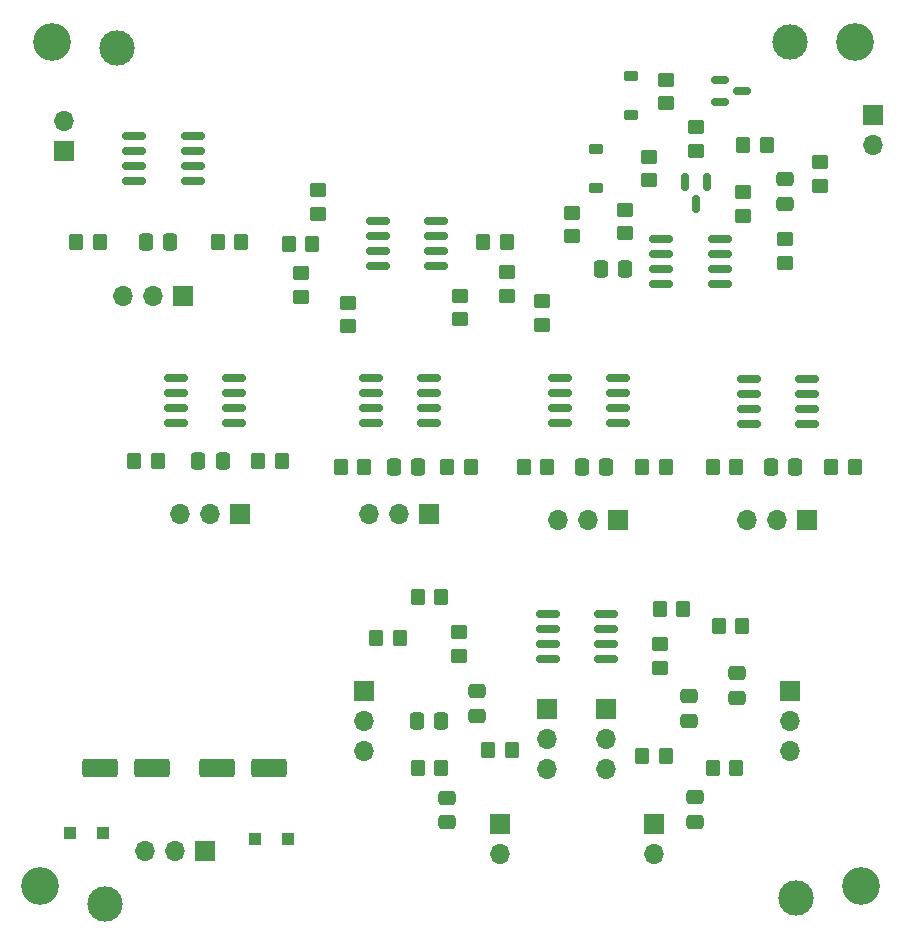
<source format=gbr>
%TF.GenerationSoftware,KiCad,Pcbnew,8.0.5*%
%TF.CreationDate,2024-11-23T13:55:34+01:00*%
%TF.ProjectId,mesa_mezclas,6d657361-5f6d-4657-9a63-6c61732e6b69,rev?*%
%TF.SameCoordinates,Original*%
%TF.FileFunction,Soldermask,Top*%
%TF.FilePolarity,Negative*%
%FSLAX46Y46*%
G04 Gerber Fmt 4.6, Leading zero omitted, Abs format (unit mm)*
G04 Created by KiCad (PCBNEW 8.0.5) date 2024-11-23 13:55:34*
%MOMM*%
%LPD*%
G01*
G04 APERTURE LIST*
G04 Aperture macros list*
%AMRoundRect*
0 Rectangle with rounded corners*
0 $1 Rounding radius*
0 $2 $3 $4 $5 $6 $7 $8 $9 X,Y pos of 4 corners*
0 Add a 4 corners polygon primitive as box body*
4,1,4,$2,$3,$4,$5,$6,$7,$8,$9,$2,$3,0*
0 Add four circle primitives for the rounded corners*
1,1,$1+$1,$2,$3*
1,1,$1+$1,$4,$5*
1,1,$1+$1,$6,$7*
1,1,$1+$1,$8,$9*
0 Add four rect primitives between the rounded corners*
20,1,$1+$1,$2,$3,$4,$5,0*
20,1,$1+$1,$4,$5,$6,$7,0*
20,1,$1+$1,$6,$7,$8,$9,0*
20,1,$1+$1,$8,$9,$2,$3,0*%
G04 Aperture macros list end*
%ADD10C,3.200000*%
%ADD11C,3.000000*%
%ADD12RoundRect,0.250000X-0.350000X-0.450000X0.350000X-0.450000X0.350000X0.450000X-0.350000X0.450000X0*%
%ADD13RoundRect,0.250000X0.450000X-0.350000X0.450000X0.350000X-0.450000X0.350000X-0.450000X-0.350000X0*%
%ADD14R,1.700000X1.700000*%
%ADD15O,1.700000X1.700000*%
%ADD16RoundRect,0.225000X-0.375000X0.225000X-0.375000X-0.225000X0.375000X-0.225000X0.375000X0.225000X0*%
%ADD17RoundRect,0.250000X0.350000X0.450000X-0.350000X0.450000X-0.350000X-0.450000X0.350000X-0.450000X0*%
%ADD18RoundRect,0.250000X0.475000X-0.337500X0.475000X0.337500X-0.475000X0.337500X-0.475000X-0.337500X0*%
%ADD19RoundRect,0.150000X-0.825000X-0.150000X0.825000X-0.150000X0.825000X0.150000X-0.825000X0.150000X0*%
%ADD20RoundRect,0.250000X-0.475000X0.337500X-0.475000X-0.337500X0.475000X-0.337500X0.475000X0.337500X0*%
%ADD21RoundRect,0.150000X-0.587500X-0.150000X0.587500X-0.150000X0.587500X0.150000X-0.587500X0.150000X0*%
%ADD22RoundRect,0.250000X-0.450000X0.350000X-0.450000X-0.350000X0.450000X-0.350000X0.450000X0.350000X0*%
%ADD23RoundRect,0.250000X-0.337500X-0.475000X0.337500X-0.475000X0.337500X0.475000X-0.337500X0.475000X0*%
%ADD24RoundRect,0.250000X-0.300000X-0.300000X0.300000X-0.300000X0.300000X0.300000X-0.300000X0.300000X0*%
%ADD25RoundRect,0.150000X-0.150000X0.587500X-0.150000X-0.587500X0.150000X-0.587500X0.150000X0.587500X0*%
%ADD26RoundRect,0.250000X0.300000X0.300000X-0.300000X0.300000X-0.300000X-0.300000X0.300000X-0.300000X0*%
%ADD27RoundRect,0.250000X-1.250000X-0.550000X1.250000X-0.550000X1.250000X0.550000X-1.250000X0.550000X0*%
G04 APERTURE END LIST*
D10*
%TO.C,REF\u002A\u002A*%
X159500000Y-167000000D03*
%TD*%
%TO.C,REF\u002A\u002A*%
X90000000Y-167000000D03*
%TD*%
%TO.C,REF\u002A\u002A*%
X91000000Y-95500000D03*
%TD*%
%TO.C,REF\u002A\u002A*%
X159000000Y-95500000D03*
%TD*%
D11*
%TO.C,REF\u002A\u002A*%
X153500000Y-95500000D03*
%TD*%
%TO.C,REF\u002A\u002A*%
X96500000Y-96000000D03*
%TD*%
%TO.C,REF\u002A\u002A*%
X154000000Y-168000000D03*
%TD*%
%TO.C,REF\u002A\u002A*%
X95500000Y-168500000D03*
%TD*%
D12*
%TO.C,R19*%
X130925000Y-131500000D03*
X132925000Y-131500000D03*
%TD*%
D13*
%TO.C,R26*%
X129500000Y-117000000D03*
X129500000Y-115000000D03*
%TD*%
%TO.C,R3*%
X125425000Y-147500000D03*
X125425000Y-145500000D03*
%TD*%
D14*
%TO.C,J5*%
X141925000Y-161725000D03*
D15*
X141925000Y-164265000D03*
%TD*%
D16*
%TO.C,D1*%
X137000000Y-104580000D03*
X137000000Y-107880000D03*
%TD*%
D17*
%TO.C,R16*%
X113025000Y-112595000D03*
X111025000Y-112595000D03*
%TD*%
%TO.C,R5*%
X123925000Y-142500000D03*
X121925000Y-142500000D03*
%TD*%
D13*
%TO.C,R23*%
X132500000Y-119500000D03*
X132500000Y-117500000D03*
%TD*%
D14*
%TO.C,RV5*%
X106925000Y-135500000D03*
D15*
X104385000Y-135500000D03*
X101845000Y-135500000D03*
%TD*%
D18*
%TO.C,C2*%
X126925000Y-152575000D03*
X126925000Y-150500000D03*
%TD*%
D12*
%TO.C,R24*%
X127500000Y-112500000D03*
X129500000Y-112500000D03*
%TD*%
D13*
%TO.C,R8*%
X142425000Y-148500000D03*
X142425000Y-146500000D03*
%TD*%
D14*
%TO.C,J8*%
X103925000Y-164000000D03*
D15*
X101385000Y-164000000D03*
X98845000Y-164000000D03*
%TD*%
%TO.C,J3*%
X160500000Y-104265000D03*
D14*
X160500000Y-101725000D03*
%TD*%
D19*
%TO.C,U8*%
X133950000Y-124000000D03*
X133950000Y-125270000D03*
X133950000Y-126540000D03*
X133950000Y-127810000D03*
X138900000Y-127810000D03*
X138900000Y-126540000D03*
X138900000Y-125270000D03*
X138900000Y-124000000D03*
%TD*%
D20*
%TO.C,C12*%
X153000000Y-107155000D03*
X153000000Y-109230000D03*
%TD*%
D13*
%TO.C,R32*%
X141500000Y-107230000D03*
X141500000Y-105230000D03*
%TD*%
D19*
%TO.C,U9*%
X149950000Y-124095000D03*
X149950000Y-125365000D03*
X149950000Y-126635000D03*
X149950000Y-127905000D03*
X154900000Y-127905000D03*
X154900000Y-126635000D03*
X154900000Y-125365000D03*
X154900000Y-124095000D03*
%TD*%
D14*
%TO.C,RV7*%
X138925000Y-136000000D03*
D15*
X136385000Y-136000000D03*
X133845000Y-136000000D03*
%TD*%
D12*
%TO.C,R13*%
X115425000Y-131500000D03*
X117425000Y-131500000D03*
%TD*%
D19*
%TO.C,U4*%
X117975000Y-123960000D03*
X117975000Y-125230000D03*
X117975000Y-126500000D03*
X117975000Y-127770000D03*
X122925000Y-127770000D03*
X122925000Y-126500000D03*
X122925000Y-125230000D03*
X122925000Y-123960000D03*
%TD*%
D21*
%TO.C,Q1*%
X147500000Y-98730000D03*
X147500000Y-100630000D03*
X149375000Y-99680000D03*
%TD*%
D12*
%TO.C,R7*%
X146925000Y-157000000D03*
X148925000Y-157000000D03*
%TD*%
%TO.C,R20*%
X140925000Y-131500000D03*
X142925000Y-131500000D03*
%TD*%
D18*
%TO.C,C6*%
X148962500Y-151037500D03*
X148962500Y-148962500D03*
%TD*%
D19*
%TO.C,U5*%
X97962500Y-103500000D03*
X97962500Y-104770000D03*
X97962500Y-106040000D03*
X97962500Y-107310000D03*
X102912500Y-107310000D03*
X102912500Y-106040000D03*
X102912500Y-104770000D03*
X102912500Y-103500000D03*
%TD*%
D14*
%TO.C,RV2*%
X117425000Y-150460000D03*
D15*
X117425000Y-153000000D03*
X117425000Y-155540000D03*
%TD*%
D14*
%TO.C,RV1*%
X132925000Y-152000000D03*
D15*
X132925000Y-154540000D03*
X132925000Y-157080000D03*
%TD*%
D14*
%TO.C,J2*%
X128925000Y-161725000D03*
D15*
X128925000Y-164265000D03*
%TD*%
D13*
%TO.C,R30*%
X149500000Y-110230000D03*
X149500000Y-108230000D03*
%TD*%
D17*
%TO.C,R6*%
X142925000Y-156000000D03*
X140925000Y-156000000D03*
%TD*%
D22*
%TO.C,R17*%
X112025000Y-115095000D03*
X112025000Y-117095000D03*
%TD*%
D18*
%TO.C,C4*%
X145425000Y-161537500D03*
X145425000Y-159462500D03*
%TD*%
D19*
%TO.C,U3*%
X101475000Y-123960000D03*
X101475000Y-125230000D03*
X101475000Y-126500000D03*
X101475000Y-127770000D03*
X106425000Y-127770000D03*
X106425000Y-126500000D03*
X106425000Y-125230000D03*
X106425000Y-123960000D03*
%TD*%
%TO.C,U1*%
X142550000Y-112230000D03*
X142550000Y-113500000D03*
X142550000Y-114770000D03*
X142550000Y-116040000D03*
X147500000Y-116040000D03*
X147500000Y-114770000D03*
X147500000Y-113500000D03*
X147500000Y-112230000D03*
%TD*%
D13*
%TO.C,R15*%
X116025000Y-119595000D03*
X116025000Y-117595000D03*
%TD*%
D12*
%TO.C,R22*%
X156925000Y-131500000D03*
X158925000Y-131500000D03*
%TD*%
D14*
%TO.C,RV8*%
X154925000Y-136000000D03*
D15*
X152385000Y-136000000D03*
X149845000Y-136000000D03*
%TD*%
D22*
%TO.C,R25*%
X125500000Y-117000000D03*
X125500000Y-119000000D03*
%TD*%
D13*
%TO.C,R27*%
X145500000Y-104730000D03*
X145500000Y-102730000D03*
%TD*%
D19*
%TO.C,U2*%
X132975000Y-143960000D03*
X132975000Y-145230000D03*
X132975000Y-146500000D03*
X132975000Y-147770000D03*
X137925000Y-147770000D03*
X137925000Y-146500000D03*
X137925000Y-145230000D03*
X137925000Y-143960000D03*
%TD*%
D12*
%TO.C,R33*%
X149500000Y-104230000D03*
X151500000Y-104230000D03*
%TD*%
D18*
%TO.C,C5*%
X144925000Y-153000000D03*
X144925000Y-150925000D03*
%TD*%
D12*
%TO.C,R14*%
X124425000Y-131500000D03*
X126425000Y-131500000D03*
%TD*%
D23*
%TO.C,C10*%
X151850000Y-131500000D03*
X153925000Y-131500000D03*
%TD*%
D18*
%TO.C,C1*%
X124425000Y-161575000D03*
X124425000Y-159500000D03*
%TD*%
D12*
%TO.C,R12*%
X108425000Y-131000000D03*
X110425000Y-131000000D03*
%TD*%
D14*
%TO.C,RV9*%
X102040000Y-117000000D03*
D15*
X99500000Y-117000000D03*
X96960000Y-117000000D03*
%TD*%
D24*
%TO.C,U13*%
X108125000Y-163000000D03*
X110925000Y-163000000D03*
%TD*%
D14*
%TO.C,RV6*%
X122925000Y-135500000D03*
D15*
X120385000Y-135500000D03*
X117845000Y-135500000D03*
%TD*%
D22*
%TO.C,R29*%
X156000000Y-105730000D03*
X156000000Y-107730000D03*
%TD*%
D14*
%TO.C,J1*%
X92000000Y-104775000D03*
D15*
X92000000Y-102235000D03*
%TD*%
D25*
%TO.C,Q2*%
X146450000Y-107355000D03*
X144550000Y-107355000D03*
X145500000Y-109230000D03*
%TD*%
D22*
%TO.C,R31*%
X143000000Y-98730000D03*
X143000000Y-100730000D03*
%TD*%
D14*
%TO.C,RV4*%
X153425000Y-150460000D03*
D15*
X153425000Y-153000000D03*
X153425000Y-155540000D03*
%TD*%
D12*
%TO.C,R9*%
X142425000Y-143500000D03*
X144425000Y-143500000D03*
%TD*%
D23*
%TO.C,C9*%
X135850000Y-131500000D03*
X137925000Y-131500000D03*
%TD*%
%TO.C,C8*%
X119925000Y-131500000D03*
X122000000Y-131500000D03*
%TD*%
%TO.C,C7*%
X103350000Y-131000000D03*
X105425000Y-131000000D03*
%TD*%
D13*
%TO.C,R18*%
X113525000Y-110095000D03*
X113525000Y-108095000D03*
%TD*%
D23*
%TO.C,C3*%
X121850000Y-153000000D03*
X123925000Y-153000000D03*
%TD*%
D14*
%TO.C,RV3*%
X137925000Y-152000000D03*
D15*
X137925000Y-154540000D03*
X137925000Y-157080000D03*
%TD*%
D12*
%TO.C,R35*%
X93000000Y-112500000D03*
X95000000Y-112500000D03*
%TD*%
D16*
%TO.C,D2*%
X140000000Y-98430000D03*
X140000000Y-101730000D03*
%TD*%
D13*
%TO.C,R28*%
X135000000Y-112000000D03*
X135000000Y-110000000D03*
%TD*%
D12*
%TO.C,R36*%
X105000000Y-112500000D03*
X107000000Y-112500000D03*
%TD*%
D17*
%TO.C,R10*%
X149425000Y-145000000D03*
X147425000Y-145000000D03*
%TD*%
D12*
%TO.C,R1*%
X127925000Y-155500000D03*
X129925000Y-155500000D03*
%TD*%
%TO.C,R11*%
X97925000Y-131000000D03*
X99925000Y-131000000D03*
%TD*%
%TO.C,R4*%
X118425000Y-146000000D03*
X120425000Y-146000000D03*
%TD*%
D26*
%TO.C,U12*%
X95325000Y-162500000D03*
X92525000Y-162500000D03*
%TD*%
D23*
%TO.C,C13*%
X98925000Y-112500000D03*
X101000000Y-112500000D03*
%TD*%
D12*
%TO.C,R21*%
X146925000Y-131500000D03*
X148925000Y-131500000D03*
%TD*%
D27*
%TO.C,C29*%
X95025000Y-157000000D03*
X99425000Y-157000000D03*
%TD*%
%TO.C,C30*%
X104925000Y-157000000D03*
X109325000Y-157000000D03*
%TD*%
D13*
%TO.C,R28*%
X139500000Y-111730000D03*
X139500000Y-109730000D03*
%TD*%
D17*
%TO.C,R2*%
X123925000Y-157000000D03*
X121925000Y-157000000D03*
%TD*%
D19*
%TO.C,U7*%
X118550000Y-110690000D03*
X118550000Y-111960000D03*
X118550000Y-113230000D03*
X118550000Y-114500000D03*
X123500000Y-114500000D03*
X123500000Y-113230000D03*
X123500000Y-111960000D03*
X123500000Y-110690000D03*
%TD*%
D22*
%TO.C,R34*%
X153000000Y-112230000D03*
X153000000Y-114230000D03*
%TD*%
D23*
%TO.C,C11*%
X137425000Y-114730000D03*
X139500000Y-114730000D03*
%TD*%
M02*

</source>
